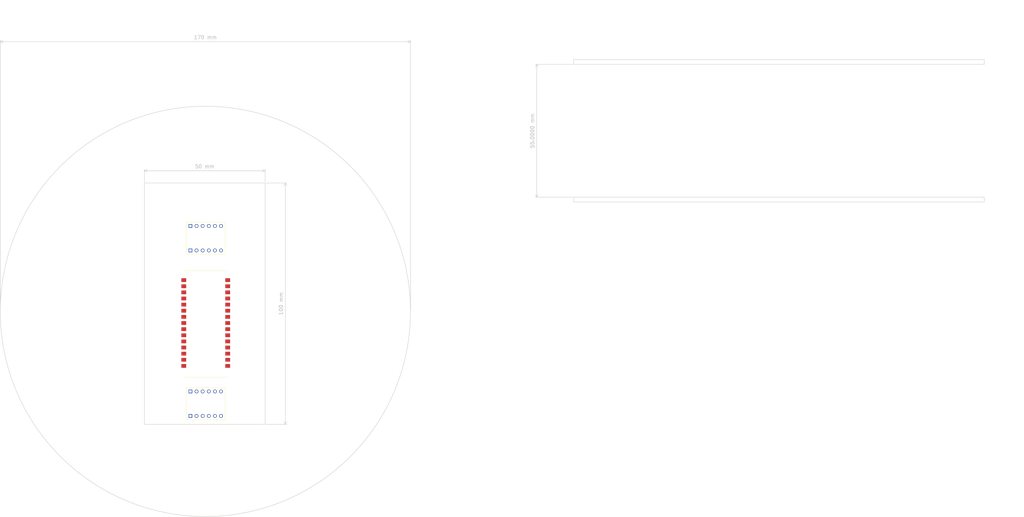
<source format=kicad_pcb>
(kicad_pcb (version 20211014) (generator pcbnew)
  (title_block (title "Physical Layout Self Driving Car") (date "2023-08-08") (rev "v1.0") (comment 2 "EEE3099S") (comment 3 "University of Cape Town") (comment 4 "Friso Vijverberg"))
  (layers (0 "F.Cu" signal) (31 "B.Cu" signal) (34 "B.Paste" user) (35 "F.Paste" user) (36 "B.SilkS" user "B.Silkscreen") (37 "F.SilkS" user "F.Silkscreen") (38 "B.Mask" user) (39 "F.Mask" user) (44 "Edge.Cuts" user))
  (net 0 "")
  (footprint "BOB-12009:CONV_BOB-12009" (layer "F.Cu") (at 101.6 127 90)
    (fp_text reference "REF**" hide)
    (fp_text value "CONV_BOB-12009" hide)
    (fp_line (start 6.665 -8.025) (end 6.665 8.025) (layer "F.SilkS") (width 0.127))
    (fp_line (start 6.665 8.025) (end -6.665 8.025) (layer "F.SilkS") (width 0.127))
    (fp_line (start -6.665 -8.025) (end 6.665 -8.025) (layer "F.SilkS") (width 0.127))
    (fp_line (start -6.665 8.025) (end -6.665 -8.025) (layer "F.SilkS") (width 0.127))
    (pad "GND_1" thru_hole circle locked (at 5.08 1.27 90) (size 1.524 1.524) (drill 1.016) (layers *.Cu *.Mask))
    (pad "GND_2" thru_hole circle locked (at -5.08 1.27 90) (size 1.524 1.524) (drill 1.016) (layers *.Cu *.Mask))
    (pad "HV" thru_hole circle locked (at 5.08 -1.27 90) (size 1.524 1.524) (drill 1.016) (layers *.Cu *.Mask))
    (pad "HV1" thru_hole rect locked (at 5.08 -6.35 90) (size 1.524 1.524) (drill 1.016) (layers *.Cu *.Mask))
    (pad "HV2" thru_hole circle locked (at 5.08 -3.81 90) (size 1.524 1.524) (drill 1.016) (layers *.Cu *.Mask))
    (pad "HV3" thru_hole circle locked (at 5.08 3.81 90) (size 1.524 1.524) (drill 1.016) (layers *.Cu *.Mask))
    (pad "HV4" thru_hole circle locked (at 5.08 6.35 90) (size 1.524 1.524) (drill 1.016) (layers *.Cu *.Mask))
    (pad "LV" thru_hole circle locked (at -5.08 -1.27 90) (size 1.524 1.524) (drill 1.016) (layers *.Cu *.Mask))
    (pad "LV1" thru_hole rect locked (at -5.08 -6.35 90) (size 1.524 1.524) (drill 1.016) (layers *.Cu *.Mask))
    (pad "LV2" thru_hole circle locked (at -5.08 -3.81 90) (size 1.524 1.524) (drill 1.016) (layers *.Cu *.Mask))
    (pad "LV3" thru_hole circle locked (at -5.08 3.81 90) (size 1.524 1.524) (drill 1.016) (layers *.Cu *.Mask))
    (pad "LV4" thru_hole circle locked (at -5.08 6.35 90) (size 1.524 1.524) (drill 1.016) (layers *.Cu *.Mask))
  )
  (footprint "ABX00027:MODULE_ABX00027" (layer "F.Cu") (at 101.6 162.56 -90)
    (fp_text reference "REF**" hide)
    (fp_text value "MODULE_ABX00027" hide)
    (fp_line (start -22 -8.89) (end -22 8.89) (layer "F.SilkS") (width 0.127))
    (fp_line (start 22 8.89) (end 22 -8.89) (layer "F.SilkS") (width 0.127))
    (fp_circle (center -19.83 9.4) (end -19.73 9.4) (layer "F.SilkS") (width 0.2) (fill none))
    (pad "" np_thru_hole circle locked (at -20.73 7.62 270) (size 1.651 1.651) (drill 1.651) (layers *.Cu *.Mask))
    (pad "" np_thru_hole circle locked (at 19.91 7.62 270) (size 1.651 1.651) (drill 1.651) (layers F&B.Cu *.Mask))
    (pad "" np_thru_hole circle locked (at 19.91 -7.62 270) (size 1.651 1.651) (drill 1.651) (layers *.Cu *.Mask))
    (pad "" np_thru_hole circle locked (at -20.73 -7.62 270) (size 1.651 1.651) (drill 1.651) (layers *.Cu *.Mask))
    (pad "1" smd rect locked (at -18.19 9.1 270) (size 1.56 2) (layers "F.Cu" "F.Paste" "F.Mask"))
    (pad "2" smd rect locked (at -15.65 9.1 270) (size 1.56 2) (layers "F.Cu" "F.Paste" "F.Mask"))
    (pad "3" smd rect locked (at -13.11 9.1 270) (size 1.56 2) (layers "F.Cu" "F.Paste" "F.Mask"))
    (pad "4" smd rect locked (at -10.57 9.1 270) (size 1.56 2) (layers "F.Cu" "F.Paste" "F.Mask"))
    (pad "5" smd rect locked (at -8.03 9.1 270) (size 1.56 2) (layers "F.Cu" "F.Paste" "F.Mask"))
    (pad "6" smd rect locked (at -5.49 9.1 270) (size 1.56 2) (layers "F.Cu" "F.Paste" "F.Mask"))
    (pad "7" smd rect locked (at -2.95 9.1 270) (size 1.56 2) (layers "F.Cu" "F.Paste" "F.Mask"))
    (pad "8" smd rect locked (at -0.41 9.1 270) (size 1.56 2) (layers "F.Cu" "F.Paste" "F.Mask"))
    (pad "9" smd rect locked (at 2.13 9.1 270) (size 1.56 2) (layers "F.Cu" "F.Paste" "F.Mask"))
    (pad "10" smd rect locked (at 4.67 9.1 270) (size 1.56 2) (layers "F.Cu" "F.Paste" "F.Mask"))
    (pad "11" smd rect locked (at 7.21 9.1 270) (size 1.56 2) (layers "F.Cu" "F.Paste" "F.Mask"))
    (pad "12" smd rect locked (at 9.75 9.1 270) (size 1.56 2) (layers "F.Cu" "F.Paste" "F.Mask"))
    (pad "13" smd rect locked (at 12.29 9.1 270) (size 1.56 2) (layers "F.Cu" "F.Paste" "F.Mask"))
    (pad "14" smd rect locked (at 14.83 9.1 270) (size 1.56 2) (layers "F.Cu" "F.Paste" "F.Mask"))
    (pad "15" smd rect locked (at 17.37 9.1 270) (size 1.56 2) (layers "F.Cu" "F.Paste" "F.Mask"))
    (pad "16" smd rect locked (at 17.37 -9.1 90) (size 1.56 2) (layers "F.Cu" "F.Paste" "F.Mask"))
    (pad "17" smd rect locked (at 14.83 -9.1 90) (size 1.56 2) (layers "F.Cu" "F.Paste" "F.Mask"))
    (pad "18" smd rect locked (at 12.29 -9.1 90) (size 1.56 2) (layers "F.Cu" "F.Paste" "F.Mask"))
    (pad "19" smd rect locked (at 9.75 -9.1 90) (size 1.56 2) (layers "F.Cu" "F.Paste" "F.Mask"))
    (pad "20" smd rect locked (at 7.21 -9.1 90) (size 1.56 2) (layers "F.Cu" "F.Paste" "F.Mask"))
    (pad "21" smd rect locked (at 4.67 -9.1 90) (size 1.56 2) (layers "F.Cu" "F.Paste" "F.Mask"))
    (pad "22" smd rect locked (at 2.13 -9.1 90) (size 1.56 2) (layers "F.Cu" "F.Paste" "F.Mask"))
    (pad "23" smd rect locked (at -0.41 -9.1 90) (size 1.56 2) (layers "F.Cu" "F.Paste" "F.Mask"))
    (pad "24" smd rect locked (at -2.95 -9.1 90) (size 1.56 2) (layers "F.Cu" "F.Paste" "F.Mask"))
    (pad "25" smd rect locked (at -5.49 -9.1 90) (size 1.56 2) (layers "F.Cu" "F.Paste" "F.Mask"))
    (pad "26" smd rect locked (at -8.03 -9.1 90) (size 1.56 2) (layers "F.Cu" "F.Paste" "F.Mask"))
    (pad "27" smd rect locked (at -10.57 -9.1 90) (size 1.56 2) (layers "F.Cu" "F.Paste" "F.Mask"))
    (pad "28" smd rect locked (at -13.11 -9.1 90) (size 1.56 2) (layers "F.Cu" "F.Paste" "F.Mask"))
    (pad "29" smd rect locked (at -15.65 -9.1 90) (size 1.56 2) (layers "F.Cu" "F.Paste" "F.Mask"))
    (pad "30" smd rect locked (at -18.19 -9.1 90) (size 1.56 2) (layers "F.Cu" "F.Paste" "F.Mask"))
  )
  (footprint "BOB-12009:CONV_BOB-12009" (layer "F.Cu") (at 101.6 195.58 90)
    (fp_text reference "REF**" hide)
    (fp_text value "CONV_BOB-12009" hide)
    (fp_line (start 6.665 -8.025) (end 6.665 8.025) (layer "F.SilkS") (width 0.127))
    (fp_line (start -6.665 8.025) (end -6.665 -8.025) (layer "F.SilkS") (width 0.127))
    (fp_line (start 6.665 8.025) (end -6.665 8.025) (layer "F.SilkS") (width 0.127))
    (fp_line (start -6.665 -8.025) (end 6.665 -8.025) (layer "F.SilkS") (width 0.127))
    (pad "GND_1" thru_hole circle locked (at 5.08 1.27 90) (size 1.524 1.524) (drill 1.016) (layers *.Cu *.Mask))
    (pad "GND_2" thru_hole circle locked (at -5.08 1.27 90) (size 1.524 1.524) (drill 1.016) (layers *.Cu *.Mask))
    (pad "HV" thru_hole circle locked (at 5.08 -1.27 90) (size 1.524 1.524) (drill 1.016) (layers *.Cu *.Mask))
    (pad "HV1" thru_hole rect locked (at 5.08 -6.35 90) (size 1.524 1.524) (drill 1.016) (layers *.Cu *.Mask))
    (pad "HV2" thru_hole circle locked (at 5.08 -3.81 90) (size 1.524 1.524) (drill 1.016) (layers *.Cu *.Mask))
    (pad "HV3" thru_hole circle locked (at 5.08 3.81 90) (size 1.524 1.524) (drill 1.016) (layers *.Cu *.Mask))
    (pad "HV4" thru_hole circle locked (at 5.08 6.35 90) (size 1.524 1.524) (drill 1.016) (layers *.Cu *.Mask))
    (pad "LV" thru_hole circle locked (at -5.08 -1.27 90) (size 1.524 1.524) (drill 1.016) (layers *.Cu *.Mask))
    (pad "LV1" thru_hole rect locked (at -5.08 -6.35 90) (size 1.524 1.524) (drill 1.016) (layers *.Cu *.Mask))
    (pad "LV2" thru_hole circle locked (at -5.08 -3.81 90) (size 1.524 1.524) (drill 1.016) (layers *.Cu *.Mask))
    (pad "LV3" thru_hole circle locked (at -5.08 3.81 90) (size 1.524 1.524) (drill 1.016) (layers *.Cu *.Mask))
    (pad "LV4" thru_hole circle locked (at -5.08 6.35 90) (size 1.524 1.524) (drill 1.016) (layers *.Cu *.Mask))
  )
  (gr_circle (center 101.46 157.34) (end 186.46 157.34) (layer "Edge.Cuts") (width 0.2) (fill none))
  (gr_rect (start 254 110) (end 424.18 112) (layer "Edge.Cuts") (width 0.2) (fill none))
  (gr_rect (start 254 53) (end 424.18 55) (layer "Edge.Cuts") (width 0.2) (fill none))
  (gr_rect (start 76.2 104.14) (end 126.2 204.14) (layer "Edge.Cuts") (width 0.2) (fill none))
  (dimension (type aligned) (layer "Edge.Cuts") (pts (xy 126.2 104.14) (xy 126.2 204.14)) (height -8.42) (gr_text "100 mm" (at 132.82 154.14 90) (layer "Edge.Cuts") (effects (font (size 1.5 1.5) (thickness 0.3)))) (format (units 3) (units_format 1) (precision 4) suppress_zeroes) (style (thickness 0.2) (arrow_length 1.27) (text_position_mode 0) (extension_height 0.58642) (extension_offset 0.5) keep_text_aligned))
  (dimension (type aligned) (layer "Edge.Cuts") (pts (xy 16.46 157.34) (xy 186.46 157.34)) (height -111.76) (gr_text "170 mm" (at 101.46 43.78) (layer "Edge.Cuts") (effects (font (size 1.5 1.5) (thickness 0.3)))) (format (units 3) (units_format 1) (precision 0)) (style (thickness 0.2) (arrow_length 1.27) (text_position_mode 0) (extension_height 0.58642) (extension_offset 0.5) keep_text_aligned))
  (dimension (type aligned) (layer "Edge.Cuts") (pts (xy 76.2 104.14) (xy 126.2 104.14)) (height -5.08) (gr_text "50 mm" (at 101.2 97.26) (layer "Edge.Cuts") (effects (font (size 1.5 1.5) (thickness 0.3)))) (format (units 3) (units_format 1) (precision 0)) (style (thickness 0.2) (arrow_length 1.27) (text_position_mode 0) (extension_height 0.58642) (extension_offset 0.5) keep_text_aligned))
  (dimension (type aligned) (layer "Edge.Cuts") (pts (xy 254 55) (xy 254 110)) (height 15.24) (gr_text "55,0000 mm" (at 236.96 82.5 90) (layer "Edge.Cuts") (effects (font (size 1.5 1.5) (thickness 0.3)))) (format (units 3) (units_format 1) (precision 4)) (style (thickness 0.2) (arrow_length 1.27) (text_position_mode 0) (extension_height 0.58642) (extension_offset 0.5) keep_text_aligned))
)
</source>
